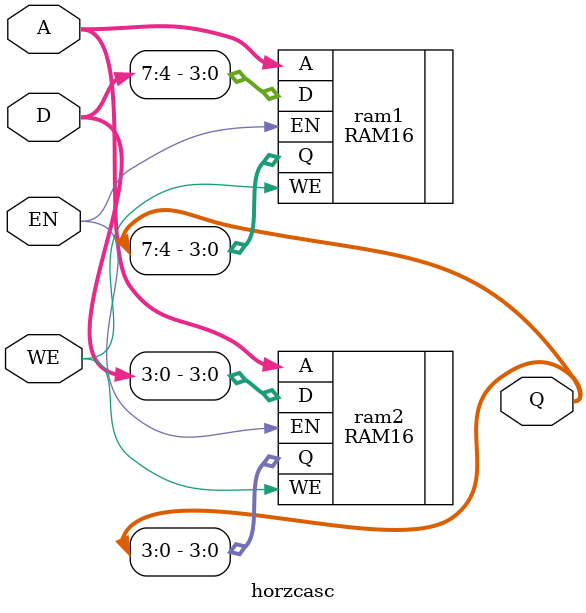
<source format=v>

`timescale 1ns / 1ps

module horzcasc(
    input WE,
    input EN,
    input [1:0] A,
    input [7:0] D,
    output [7:0] Q
    );
	RAM16 ram1(.EN(EN), .WE(WE), .A(A), .D(D[7:4]), .Q(Q[7:4]));
	RAM16 ram2(.EN(EN), .WE(WE), .A(A), .D(D[3:0]), .Q(Q[3:0]));
	

endmodule

</source>
